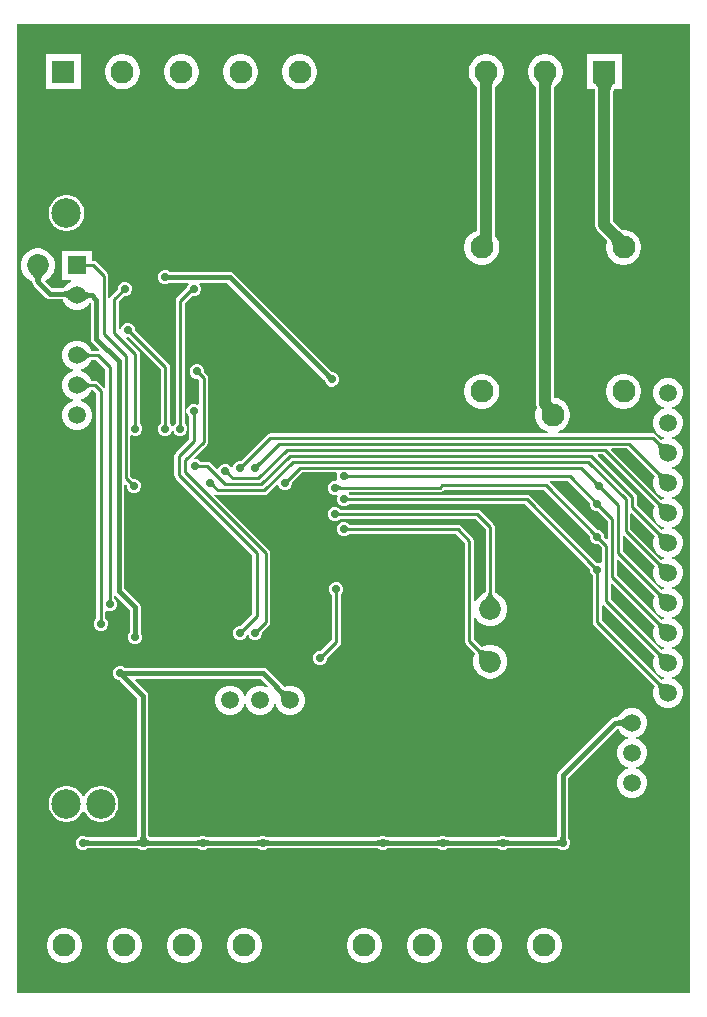
<source format=gbr>
%TF.GenerationSoftware,Altium Limited,Altium Designer,21.4.1 (30)*%
G04 Layer_Physical_Order=2*
G04 Layer_Color=16711680*
%FSLAX44Y44*%
%MOMM*%
%TF.SameCoordinates,EB49FF53-C53B-41EF-AC46-A12079E47AB4*%
%TF.FilePolarity,Positive*%
%TF.FileFunction,Copper,L2,Bot,Signal*%
%TF.Part,Single*%
G01*
G75*
%TA.AperFunction,Conductor*%
%ADD24C,0.2540*%
%ADD25C,0.4000*%
%TA.AperFunction,ComponentPad*%
%ADD27R,1.9500X1.9500*%
%ADD28C,1.9500*%
%ADD29C,1.8500*%
%ADD30R,1.5000X1.5000*%
%ADD31C,1.5000*%
%ADD32R,1.5000X1.5000*%
%TA.AperFunction,ViaPad*%
%ADD33C,0.7000*%
%ADD34C,2.5000*%
%TA.AperFunction,Conductor*%
%ADD35C,1.0000*%
G36*
X570230Y0D02*
X0D01*
Y820420D01*
X570230D01*
Y0D01*
D02*
G37*
%LPC*%
G36*
X240823Y794530D02*
X237917D01*
X235068Y793963D01*
X232383Y792851D01*
X229968Y791237D01*
X227913Y789183D01*
X226299Y786767D01*
X225187Y784083D01*
X224620Y781233D01*
Y778327D01*
X225187Y775478D01*
X226299Y772794D01*
X227913Y770378D01*
X229968Y768323D01*
X232383Y766709D01*
X235068Y765597D01*
X237917Y765030D01*
X240823D01*
X243673Y765597D01*
X246357Y766709D01*
X248773Y768323D01*
X250827Y770378D01*
X252442Y772794D01*
X253553Y775478D01*
X254120Y778327D01*
Y781233D01*
X253553Y784083D01*
X252442Y786767D01*
X250827Y789183D01*
X248773Y791237D01*
X246357Y792851D01*
X243673Y793963D01*
X240823Y794530D01*
D02*
G37*
G36*
X190823D02*
X187917D01*
X185068Y793963D01*
X182383Y792851D01*
X179968Y791237D01*
X177913Y789183D01*
X176299Y786767D01*
X175187Y784083D01*
X174620Y781233D01*
Y778327D01*
X175187Y775478D01*
X176299Y772794D01*
X177913Y770378D01*
X179968Y768323D01*
X182383Y766709D01*
X185068Y765597D01*
X187917Y765030D01*
X190823D01*
X193673Y765597D01*
X196357Y766709D01*
X198773Y768323D01*
X200827Y770378D01*
X202442Y772794D01*
X203553Y775478D01*
X204120Y778327D01*
Y781233D01*
X203553Y784083D01*
X202442Y786767D01*
X200827Y789183D01*
X198773Y791237D01*
X196357Y792851D01*
X193673Y793963D01*
X190823Y794530D01*
D02*
G37*
G36*
X140823D02*
X137917D01*
X135068Y793963D01*
X132383Y792851D01*
X129968Y791237D01*
X127913Y789183D01*
X126299Y786767D01*
X125187Y784083D01*
X124620Y781233D01*
Y778327D01*
X125187Y775478D01*
X126299Y772794D01*
X127913Y770378D01*
X129968Y768323D01*
X132383Y766709D01*
X135068Y765597D01*
X137917Y765030D01*
X140823D01*
X143673Y765597D01*
X146357Y766709D01*
X148773Y768323D01*
X150827Y770378D01*
X152442Y772794D01*
X153553Y775478D01*
X154120Y778327D01*
Y781233D01*
X153553Y784083D01*
X152442Y786767D01*
X150827Y789183D01*
X148773Y791237D01*
X146357Y792851D01*
X143673Y793963D01*
X140823Y794530D01*
D02*
G37*
G36*
X90823D02*
X87917D01*
X85068Y793963D01*
X82383Y792851D01*
X79968Y791237D01*
X77913Y789183D01*
X76299Y786767D01*
X75187Y784083D01*
X74620Y781233D01*
Y778327D01*
X75187Y775478D01*
X76299Y772794D01*
X77913Y770378D01*
X79968Y768323D01*
X82383Y766709D01*
X85068Y765597D01*
X87917Y765030D01*
X90823D01*
X93673Y765597D01*
X96357Y766709D01*
X98773Y768323D01*
X100827Y770378D01*
X102442Y772794D01*
X103553Y775478D01*
X104120Y778327D01*
Y781233D01*
X103553Y784083D01*
X102442Y786767D01*
X100827Y789183D01*
X98773Y791237D01*
X96357Y792851D01*
X93673Y793963D01*
X90823Y794530D01*
D02*
G37*
G36*
X54120D02*
X24620D01*
Y765030D01*
X54120D01*
Y794530D01*
D02*
G37*
G36*
X43481Y675040D02*
X40519D01*
X37613Y674462D01*
X34876Y673328D01*
X32413Y671682D01*
X30318Y669587D01*
X28672Y667124D01*
X27538Y664387D01*
X26960Y661481D01*
Y658519D01*
X27538Y655613D01*
X28672Y652876D01*
X30318Y650413D01*
X32413Y648318D01*
X34876Y646672D01*
X37613Y645538D01*
X40519Y644960D01*
X43481D01*
X46387Y645538D01*
X49124Y646672D01*
X51587Y648318D01*
X53682Y650413D01*
X55328Y652876D01*
X56462Y655613D01*
X57040Y658519D01*
Y661481D01*
X56462Y664387D01*
X55328Y667124D01*
X53682Y669587D01*
X51587Y671682D01*
X49124Y673328D01*
X46387Y674462D01*
X43481Y675040D01*
D02*
G37*
G36*
X512140Y794530D02*
X482640D01*
Y765030D01*
X489326D01*
X489426Y764639D01*
X489628Y763352D01*
X489756Y761821D01*
X489785Y760644D01*
Y649882D01*
X490044Y647913D01*
X490804Y646079D01*
X492012Y644504D01*
X499392Y637125D01*
X499554Y636955D01*
X499940Y636514D01*
X499517Y635492D01*
X498950Y632643D01*
Y629737D01*
X499517Y626888D01*
X500629Y624203D01*
X502243Y621787D01*
X504297Y619733D01*
X506713Y618119D01*
X509398Y617007D01*
X512247Y616440D01*
X515153D01*
X518002Y617007D01*
X520687Y618119D01*
X523103Y619733D01*
X525157Y621787D01*
X526771Y624203D01*
X527883Y626888D01*
X528450Y629737D01*
Y632643D01*
X527883Y635492D01*
X526771Y638177D01*
X525157Y640593D01*
X523103Y642647D01*
X520687Y644261D01*
X518002Y645373D01*
X515153Y645940D01*
X512247D01*
X512146Y645920D01*
X511837Y646190D01*
X504995Y653032D01*
Y760644D01*
X505024Y761821D01*
X505152Y763352D01*
X505354Y764639D01*
X505454Y765030D01*
X512140D01*
Y794530D01*
D02*
G37*
G36*
X398843D02*
X395937D01*
X393088Y793963D01*
X390403Y792851D01*
X387987Y791237D01*
X385933Y789183D01*
X384319Y786767D01*
X383207Y784083D01*
X382640Y781233D01*
Y778327D01*
X383207Y775478D01*
X384319Y772794D01*
X385933Y770378D01*
X387987Y768323D01*
X389733Y767157D01*
X389784Y766495D01*
X389785Y766424D01*
Y646047D01*
X389779Y645768D01*
X389755Y645444D01*
X389398Y645373D01*
X386713Y644261D01*
X384297Y642647D01*
X382243Y640593D01*
X380629Y638177D01*
X379517Y635492D01*
X378950Y632643D01*
Y629737D01*
X379517Y626888D01*
X380629Y624203D01*
X382243Y621787D01*
X384297Y619733D01*
X386713Y618119D01*
X389398Y617007D01*
X392247Y616440D01*
X395153D01*
X398002Y617007D01*
X400687Y618119D01*
X403103Y619733D01*
X405157Y621787D01*
X406771Y624203D01*
X407883Y626888D01*
X408450Y629737D01*
Y632643D01*
X407883Y635492D01*
X406771Y638177D01*
X405157Y640593D01*
X405110Y640640D01*
X404995Y645453D01*
Y766424D01*
X404996Y766495D01*
X405047Y767157D01*
X406793Y768323D01*
X408847Y770378D01*
X410461Y772794D01*
X411573Y775478D01*
X412140Y778327D01*
Y781233D01*
X411573Y784083D01*
X410461Y786767D01*
X408847Y789183D01*
X406793Y791237D01*
X404377Y792851D01*
X401692Y793963D01*
X398843Y794530D01*
D02*
G37*
G36*
X19656Y630200D02*
X15904D01*
X12280Y629229D01*
X9031Y627353D01*
X6377Y624700D01*
X4501Y621451D01*
X3530Y617826D01*
Y614074D01*
X4501Y610450D01*
X6377Y607201D01*
X9031Y604547D01*
X12280Y602671D01*
X13151Y602438D01*
Y601980D01*
X13151Y601980D01*
X13504Y600208D01*
X14507Y598707D01*
X24667Y588547D01*
X24667Y588547D01*
X26169Y587543D01*
X27940Y587191D01*
X38759D01*
X39152Y585725D01*
X40798Y582875D01*
X43125Y580548D01*
X45975Y578902D01*
X49155Y578050D01*
X52446D01*
X55625Y578902D01*
X58475Y580548D01*
X60803Y582875D01*
X61411Y583929D01*
X62681Y583588D01*
Y553720D01*
X62681Y553720D01*
X63033Y551949D01*
X64037Y550447D01*
X69796Y544688D01*
X69170Y543517D01*
X68580Y543635D01*
X62700D01*
X62448Y544575D01*
X60803Y547425D01*
X58475Y549753D01*
X55625Y551398D01*
X52446Y552250D01*
X49155D01*
X45975Y551398D01*
X43125Y549753D01*
X40798Y547425D01*
X39152Y544575D01*
X38300Y541396D01*
Y538105D01*
X39152Y534925D01*
X40798Y532075D01*
X43125Y529748D01*
X45975Y528102D01*
X47448Y527708D01*
Y526393D01*
X45975Y525998D01*
X43125Y524353D01*
X40798Y522025D01*
X39152Y519175D01*
X38300Y515996D01*
Y512705D01*
X39152Y509525D01*
X40798Y506675D01*
X43125Y504348D01*
X45975Y502702D01*
X47448Y502308D01*
Y500993D01*
X45975Y500598D01*
X43125Y498953D01*
X40798Y496625D01*
X39152Y493775D01*
X38300Y490596D01*
Y487305D01*
X39152Y484125D01*
X40798Y481275D01*
X43125Y478948D01*
X45975Y477302D01*
X49155Y476450D01*
X52446D01*
X55625Y477302D01*
X58475Y478948D01*
X60803Y481275D01*
X62448Y484125D01*
X63300Y487305D01*
Y490596D01*
X62448Y493775D01*
X60803Y496625D01*
X58475Y498953D01*
X55625Y500598D01*
X54153Y500993D01*
Y502308D01*
X55625Y502702D01*
X58475Y504348D01*
X60803Y506675D01*
X62448Y509525D01*
X62700Y510466D01*
X64431D01*
X67235Y507661D01*
Y317077D01*
X65999Y315841D01*
X65080Y313621D01*
Y311219D01*
X65999Y308999D01*
X67699Y307299D01*
X69919Y306380D01*
X72321D01*
X74541Y307299D01*
X76241Y308999D01*
X77160Y311219D01*
Y313621D01*
X76241Y315841D01*
X75005Y317077D01*
Y322565D01*
X76275Y323414D01*
X77539Y322890D01*
X79941D01*
X82161Y323810D01*
X83861Y325509D01*
X84780Y327729D01*
Y330131D01*
X83861Y332351D01*
X82625Y333587D01*
Y335753D01*
X83895Y336279D01*
X95701Y324472D01*
Y305082D01*
X95686Y304901D01*
X95683Y304885D01*
X95210Y304412D01*
X94290Y302192D01*
Y299789D01*
X95210Y297569D01*
X96909Y295870D01*
X99129Y294950D01*
X101532D01*
X103752Y295870D01*
X105451Y297569D01*
X106370Y299789D01*
Y302192D01*
X105451Y304412D01*
X104978Y304884D01*
X104959Y305157D01*
Y326390D01*
X104959Y326390D01*
X104607Y328161D01*
X103603Y329663D01*
X103603Y329663D01*
X90989Y342277D01*
Y430178D01*
X92162Y430664D01*
X93020Y429806D01*
Y428059D01*
X93940Y425839D01*
X95639Y424140D01*
X97859Y423220D01*
X100261D01*
X102481Y424140D01*
X104180Y425839D01*
X105100Y428059D01*
Y430461D01*
X104180Y432681D01*
X102481Y434380D01*
X100261Y435300D01*
X98514D01*
X96055Y437759D01*
Y471594D01*
X97325Y472227D01*
X99129Y471480D01*
X101531D01*
X103751Y472399D01*
X105450Y474099D01*
X106370Y476319D01*
Y478721D01*
X105450Y480941D01*
X104215Y482177D01*
Y541020D01*
X103919Y542506D01*
X103077Y543767D01*
X92814Y554030D01*
X93340Y555300D01*
X94527D01*
X121846Y527981D01*
Y482177D01*
X120610Y480941D01*
X119690Y478721D01*
Y476319D01*
X120610Y474099D01*
X122309Y472399D01*
X124529Y471480D01*
X126931D01*
X129151Y472399D01*
X130850Y474099D01*
X131393Y475408D01*
X132767D01*
X133309Y474099D01*
X135009Y472399D01*
X137229Y471480D01*
X139631D01*
X141851Y472399D01*
X143551Y474099D01*
X144470Y476319D01*
Y478721D01*
X143551Y480941D01*
X142315Y482177D01*
Y584372D01*
X148057Y590115D01*
X148769Y589820D01*
X151171D01*
X153391Y590740D01*
X155090Y592439D01*
X156010Y594659D01*
Y597061D01*
X155090Y599281D01*
X154481Y599891D01*
X155007Y601161D01*
X178153D01*
X260399Y518915D01*
X260515Y518776D01*
X260525Y518763D01*
Y518094D01*
X261444Y515874D01*
X263144Y514174D01*
X265364Y513255D01*
X267766D01*
X269986Y514174D01*
X271686Y515874D01*
X272605Y518094D01*
Y520496D01*
X271686Y522716D01*
X269986Y524416D01*
X267766Y525335D01*
X267098D01*
X266892Y525515D01*
X183343Y609063D01*
X181841Y610067D01*
X180070Y610419D01*
X180070Y610419D01*
X129822D01*
X129641Y610435D01*
X129625Y610437D01*
X129151Y610910D01*
X126931Y611830D01*
X124529D01*
X122309Y610910D01*
X120610Y609211D01*
X119690Y606991D01*
Y604589D01*
X120610Y602369D01*
X122309Y600670D01*
X124529Y599750D01*
X126931D01*
X129151Y600670D01*
X129624Y601142D01*
X129897Y601161D01*
X144933D01*
X145459Y599891D01*
X144850Y599281D01*
X143930Y597061D01*
Y596975D01*
X135683Y588728D01*
X134841Y587468D01*
X134545Y585981D01*
Y482177D01*
X133309Y480941D01*
X132767Y479632D01*
X131393D01*
X130850Y480941D01*
X129615Y482177D01*
Y529590D01*
X129319Y531077D01*
X128477Y532337D01*
X100020Y560794D01*
Y562541D01*
X99101Y564761D01*
X97401Y566460D01*
X95181Y567380D01*
X92779D01*
X90559Y566460D01*
X88860Y564761D01*
X87940Y562541D01*
Y561973D01*
X86670Y561294D01*
X86435Y561451D01*
Y585711D01*
X90783Y590059D01*
X92642D01*
X94862Y590979D01*
X96561Y592678D01*
X97480Y594898D01*
Y597300D01*
X96561Y599520D01*
X94862Y601219D01*
X92642Y602139D01*
X90239D01*
X88019Y601219D01*
X86320Y599520D01*
X85400Y597300D01*
Y595664D01*
X79803Y590067D01*
X78961Y588807D01*
X78815Y588071D01*
X77545Y588196D01*
Y607060D01*
X77249Y608547D01*
X76407Y609807D01*
X67517Y618697D01*
X66256Y619539D01*
X64770Y619835D01*
X63300D01*
Y628450D01*
X38300D01*
Y603450D01*
X45741D01*
X45975Y602198D01*
X43125Y600553D01*
X40798Y598225D01*
X39772Y596449D01*
X29857D01*
X24243Y602063D01*
X24409Y603323D01*
X26530Y604547D01*
X29183Y607201D01*
X31059Y610450D01*
X32030Y614074D01*
Y617826D01*
X31059Y621451D01*
X29183Y624700D01*
X26530Y627353D01*
X23280Y629229D01*
X19656Y630200D01*
D02*
G37*
G36*
X515153Y523940D02*
X512247D01*
X509398Y523373D01*
X506713Y522261D01*
X504297Y520647D01*
X502243Y518593D01*
X500629Y516177D01*
X499517Y513492D01*
X498950Y510643D01*
Y507737D01*
X499517Y504888D01*
X500629Y502203D01*
X502243Y499787D01*
X504297Y497733D01*
X506713Y496119D01*
X509398Y495007D01*
X512247Y494440D01*
X515153D01*
X518002Y495007D01*
X520687Y496119D01*
X523103Y497733D01*
X525157Y499787D01*
X526771Y502203D01*
X527883Y504888D01*
X528450Y507737D01*
Y510643D01*
X527883Y513492D01*
X526771Y516177D01*
X525157Y518593D01*
X523103Y520647D01*
X520687Y522261D01*
X518002Y523373D01*
X515153Y523940D01*
D02*
G37*
G36*
X395153D02*
X392247D01*
X389398Y523373D01*
X386713Y522261D01*
X384297Y520647D01*
X382243Y518593D01*
X380629Y516177D01*
X379517Y513492D01*
X378950Y510643D01*
Y507737D01*
X379517Y504888D01*
X380629Y502203D01*
X382243Y499787D01*
X384297Y497733D01*
X386713Y496119D01*
X389398Y495007D01*
X392247Y494440D01*
X395153D01*
X398002Y495007D01*
X400687Y496119D01*
X403103Y497733D01*
X405157Y499787D01*
X406771Y502203D01*
X407883Y504888D01*
X408450Y507737D01*
Y510643D01*
X407883Y513492D01*
X406771Y516177D01*
X405157Y518593D01*
X403103Y520647D01*
X400687Y522261D01*
X398002Y523373D01*
X395153Y523940D01*
D02*
G37*
G36*
X448843Y794530D02*
X445937D01*
X443088Y793963D01*
X440403Y792851D01*
X437987Y791237D01*
X435933Y789183D01*
X434319Y786767D01*
X433207Y784083D01*
X432640Y781233D01*
Y778327D01*
X433207Y775478D01*
X434319Y772794D01*
X435933Y770378D01*
X437987Y768323D01*
X439733Y767157D01*
X439784Y766495D01*
X439785Y766424D01*
Y498071D01*
X440044Y496102D01*
X440321Y495434D01*
X439517Y493492D01*
X438950Y490643D01*
Y487737D01*
X439517Y484888D01*
X440629Y482203D01*
X442243Y479787D01*
X444297Y477733D01*
X446713Y476119D01*
X449398Y475007D01*
X449115Y473785D01*
X214630D01*
X213143Y473489D01*
X211883Y472647D01*
X189776Y450540D01*
X188029D01*
X185809Y449621D01*
X184109Y447921D01*
X183190Y445701D01*
Y444983D01*
X181920Y444731D01*
X181651Y445381D01*
X179951Y447080D01*
X177731Y448000D01*
X175329D01*
X173109Y447080D01*
X171409Y445381D01*
X170695Y443655D01*
X169317Y443237D01*
X164037Y448517D01*
X162777Y449359D01*
X161290Y449655D01*
X155787D01*
X154551Y450891D01*
X152331Y451810D01*
X150490D01*
X149964Y453080D01*
X160844Y463960D01*
X161686Y465220D01*
X161981Y466707D01*
Y520423D01*
X161686Y521909D01*
X160844Y523170D01*
X158550Y525463D01*
Y527211D01*
X157630Y529431D01*
X155931Y531130D01*
X153711Y532050D01*
X151308D01*
X149088Y531130D01*
X147389Y529431D01*
X146470Y527211D01*
Y524808D01*
X147389Y522588D01*
X149088Y520889D01*
X151308Y519970D01*
X153056D01*
X154212Y518814D01*
Y498431D01*
X152942Y497949D01*
X150882Y498802D01*
X148479D01*
X146259Y497882D01*
X144560Y496183D01*
X143640Y493964D01*
Y491561D01*
X144560Y489341D01*
X145795Y488105D01*
Y468789D01*
X134413Y457407D01*
X133571Y456147D01*
X133275Y454660D01*
Y438150D01*
X133571Y436663D01*
X134413Y435403D01*
X199315Y370501D01*
Y320379D01*
X189776Y310840D01*
X188029D01*
X185809Y309921D01*
X184109Y308221D01*
X183190Y306001D01*
Y303599D01*
X184109Y301379D01*
X185809Y299680D01*
X188029Y298760D01*
X190431D01*
X192651Y299680D01*
X194350Y301379D01*
X194893Y302688D01*
X196267D01*
X196810Y301379D01*
X198509Y299680D01*
X200729Y298760D01*
X203131D01*
X205351Y299680D01*
X207050Y301379D01*
X207970Y303599D01*
Y305346D01*
X213567Y310943D01*
X214409Y312203D01*
X214705Y313690D01*
Y372110D01*
X214409Y373597D01*
X213567Y374857D01*
X166875Y421549D01*
X167685Y422535D01*
X168693Y421861D01*
X170180Y421565D01*
X209550D01*
X211037Y421861D01*
X212297Y422703D01*
X220117Y430523D01*
X221495Y430105D01*
X222209Y428379D01*
X223909Y426679D01*
X226129Y425760D01*
X228531D01*
X230751Y426679D01*
X232451Y428379D01*
X233370Y430599D01*
Y432346D01*
X241639Y440615D01*
X270366D01*
X271215Y439345D01*
X270820Y438391D01*
Y435989D01*
X271360Y434684D01*
X270441Y433690D01*
X268039D01*
X265819Y432770D01*
X264119Y431071D01*
X263200Y428851D01*
Y426449D01*
X264119Y424229D01*
X265819Y422529D01*
X268039Y421610D01*
X270441D01*
X270528Y421646D01*
X271500Y420674D01*
X270820Y419031D01*
Y416629D01*
X271740Y414409D01*
X273439Y412710D01*
X275659Y411790D01*
X278061D01*
X280281Y412710D01*
X281517Y413945D01*
X430301D01*
X485560Y358686D01*
Y356939D01*
X486479Y354719D01*
X487715Y353483D01*
Y313580D01*
X488011Y312093D01*
X488853Y310833D01*
X540019Y259668D01*
X539532Y258825D01*
X538680Y255646D01*
Y252354D01*
X539532Y249175D01*
X541177Y246325D01*
X543505Y243997D01*
X546355Y242352D01*
X549534Y241500D01*
X552826D01*
X556005Y242352D01*
X558855Y243997D01*
X561183Y246325D01*
X562828Y249175D01*
X563680Y252354D01*
Y255646D01*
X562828Y258825D01*
X561183Y261675D01*
X558855Y264002D01*
X556005Y265648D01*
X554533Y266043D01*
Y267357D01*
X556005Y267752D01*
X558855Y269398D01*
X561183Y271725D01*
X562828Y274575D01*
X563680Y277754D01*
Y281046D01*
X562828Y284225D01*
X561183Y287075D01*
X558855Y289403D01*
X556005Y291048D01*
X554533Y291443D01*
Y292757D01*
X556005Y293152D01*
X558855Y294797D01*
X561183Y297125D01*
X562828Y299975D01*
X563680Y303154D01*
Y306446D01*
X562828Y309625D01*
X561183Y312475D01*
X558855Y314802D01*
X556005Y316448D01*
X554533Y316843D01*
Y318157D01*
X556005Y318552D01*
X558855Y320197D01*
X561183Y322525D01*
X562828Y325375D01*
X563680Y328554D01*
Y331846D01*
X562828Y335025D01*
X561183Y337875D01*
X558855Y340202D01*
X556005Y341848D01*
X554533Y342243D01*
Y343557D01*
X556005Y343952D01*
X558855Y345597D01*
X561183Y347925D01*
X562828Y350775D01*
X563680Y353954D01*
Y357246D01*
X562828Y360425D01*
X561183Y363275D01*
X558855Y365602D01*
X556005Y367248D01*
X554533Y367643D01*
Y368957D01*
X556005Y369352D01*
X558855Y370998D01*
X561183Y373325D01*
X562828Y376175D01*
X563680Y379354D01*
Y382646D01*
X562828Y385825D01*
X561183Y388675D01*
X558855Y391003D01*
X556005Y392648D01*
X554533Y393043D01*
Y394357D01*
X556005Y394752D01*
X558855Y396398D01*
X561183Y398725D01*
X562828Y401575D01*
X563680Y404754D01*
Y408046D01*
X562828Y411225D01*
X561183Y414075D01*
X558855Y416403D01*
X556005Y418048D01*
X554533Y418443D01*
Y419757D01*
X556005Y420152D01*
X558855Y421797D01*
X561183Y424125D01*
X562828Y426975D01*
X563680Y430154D01*
Y433446D01*
X562828Y436625D01*
X561183Y439475D01*
X558855Y441802D01*
X556005Y443448D01*
X554533Y443843D01*
Y445157D01*
X556005Y445552D01*
X558855Y447197D01*
X561183Y449525D01*
X562828Y452375D01*
X563680Y455554D01*
Y458846D01*
X562828Y462025D01*
X561183Y464875D01*
X558855Y467202D01*
X556005Y468848D01*
X554533Y469243D01*
Y470557D01*
X556005Y470952D01*
X558855Y472598D01*
X561183Y474925D01*
X562828Y477775D01*
X563680Y480954D01*
Y484246D01*
X562828Y487425D01*
X561183Y490275D01*
X558855Y492603D01*
X556005Y494248D01*
X554533Y494643D01*
Y495957D01*
X556005Y496352D01*
X558855Y497998D01*
X561183Y500325D01*
X562828Y503175D01*
X563680Y506354D01*
Y509646D01*
X562828Y512825D01*
X561183Y515675D01*
X558855Y518003D01*
X556005Y519648D01*
X552826Y520500D01*
X549534D01*
X546355Y519648D01*
X543505Y518003D01*
X541177Y515675D01*
X539532Y512825D01*
X538680Y509646D01*
Y506354D01*
X539532Y503175D01*
X541177Y500325D01*
X543505Y497998D01*
X546355Y496352D01*
X547827Y495957D01*
Y494643D01*
X546355Y494248D01*
X543505Y492603D01*
X541177Y490275D01*
X539532Y487425D01*
X538680Y484246D01*
Y480954D01*
X539532Y477775D01*
X541177Y474925D01*
X543505Y472598D01*
X546355Y470952D01*
X547827Y470557D01*
Y469243D01*
X546355Y468848D01*
X545512Y468362D01*
X541227Y472647D01*
X539967Y473489D01*
X538480Y473785D01*
X458285D01*
X458002Y475007D01*
X460687Y476119D01*
X463103Y477733D01*
X465157Y479787D01*
X466771Y482203D01*
X467883Y484888D01*
X468450Y487737D01*
Y490643D01*
X467883Y493492D01*
X466771Y496177D01*
X465157Y498593D01*
X463103Y500647D01*
X460687Y502261D01*
X458002Y503373D01*
X455153Y503940D01*
X454995D01*
Y766424D01*
X454996Y766495D01*
X455047Y767157D01*
X456793Y768323D01*
X458847Y770378D01*
X460461Y772794D01*
X461573Y775478D01*
X462140Y778327D01*
Y781233D01*
X461573Y784083D01*
X460461Y786767D01*
X458847Y789183D01*
X456793Y791237D01*
X454377Y792851D01*
X451692Y793963D01*
X448843Y794530D01*
D02*
G37*
G36*
X270441Y411170D02*
X268039D01*
X265819Y410251D01*
X264119Y408551D01*
X263200Y406331D01*
Y403929D01*
X264119Y401709D01*
X265819Y400009D01*
X268039Y399090D01*
X270441D01*
X272661Y400009D01*
X273897Y401245D01*
X388281D01*
X396855Y392671D01*
Y339293D01*
X396853Y339267D01*
X396777Y338944D01*
X396617Y338509D01*
X396566Y338404D01*
X395240Y338049D01*
X391990Y336173D01*
X389337Y333520D01*
X388151Y331465D01*
X386881Y331805D01*
Y382814D01*
X386585Y384300D01*
X385743Y385561D01*
X385743Y385561D01*
X375978Y395326D01*
X374717Y396168D01*
X373231Y396464D01*
X281786D01*
X280275Y397975D01*
X278055Y398894D01*
X275653D01*
X273433Y397975D01*
X271733Y396275D01*
X270814Y394055D01*
Y391653D01*
X271733Y389433D01*
X273433Y387733D01*
X275653Y386814D01*
X278055D01*
X280275Y387733D01*
X281236Y388694D01*
X371622D01*
X379112Y381205D01*
Y298064D01*
X379407Y296577D01*
X380249Y295317D01*
X387724Y287843D01*
X387741Y287823D01*
X387915Y287540D01*
X388110Y287119D01*
X388148Y287009D01*
X387461Y285820D01*
X386490Y282196D01*
Y278444D01*
X387461Y274820D01*
X389337Y271570D01*
X391990Y268917D01*
X395240Y267041D01*
X398864Y266070D01*
X402616D01*
X406240Y267041D01*
X409490Y268917D01*
X412143Y271570D01*
X414019Y274820D01*
X414990Y278444D01*
Y282196D01*
X414019Y285820D01*
X412143Y289070D01*
X409490Y291723D01*
X406240Y293599D01*
X402616Y294570D01*
X398864D01*
X395240Y293599D01*
X394051Y292913D01*
X393941Y292950D01*
X393520Y293145D01*
X393237Y293319D01*
X393217Y293337D01*
X386881Y299673D01*
Y317735D01*
X388151Y318075D01*
X389337Y316020D01*
X391990Y313367D01*
X395240Y311491D01*
X398864Y310520D01*
X402616D01*
X406240Y311491D01*
X409490Y313367D01*
X412143Y316020D01*
X414019Y319270D01*
X414990Y322894D01*
Y326646D01*
X414019Y330270D01*
X412143Y333520D01*
X409490Y336173D01*
X406240Y338049D01*
X404914Y338404D01*
X404863Y338509D01*
X404703Y338944D01*
X404627Y339267D01*
X404625Y339293D01*
Y394280D01*
X404329Y395767D01*
X403487Y397027D01*
X392637Y407877D01*
X391377Y408719D01*
X389890Y409015D01*
X273897D01*
X272661Y410251D01*
X270441Y411170D01*
D02*
G37*
G36*
X271711Y347670D02*
X269309D01*
X267089Y346750D01*
X265389Y345051D01*
X264470Y342831D01*
Y340429D01*
X265389Y338209D01*
X266625Y336973D01*
Y298789D01*
X257086Y289250D01*
X255339D01*
X253119Y288330D01*
X251420Y286631D01*
X250500Y284411D01*
Y282009D01*
X251420Y279789D01*
X253119Y278090D01*
X255339Y277170D01*
X257741D01*
X259961Y278090D01*
X261660Y279789D01*
X262580Y282009D01*
Y283756D01*
X273257Y294433D01*
X274099Y295693D01*
X274395Y297180D01*
Y336973D01*
X275630Y338209D01*
X276550Y340429D01*
Y342831D01*
X275630Y345051D01*
X273931Y346750D01*
X271711Y347670D01*
D02*
G37*
G36*
X88831Y276550D02*
X86429D01*
X84209Y275630D01*
X82509Y273931D01*
X81590Y271711D01*
Y269309D01*
X82509Y267089D01*
X84209Y265389D01*
X86429Y264470D01*
X87097D01*
X87303Y264291D01*
X102051Y249543D01*
Y131629D01*
X59972D01*
X59791Y131645D01*
X59775Y131647D01*
X59301Y132121D01*
X57081Y133040D01*
X54679D01*
X52459Y132121D01*
X50760Y130421D01*
X49840Y128201D01*
Y125799D01*
X50760Y123579D01*
X52459Y121880D01*
X54679Y120960D01*
X57081D01*
X59301Y121880D01*
X59774Y122352D01*
X60047Y122371D01*
X102588D01*
X102769Y122355D01*
X102785Y122353D01*
X103259Y121880D01*
X105479Y120960D01*
X107881D01*
X110101Y121880D01*
X110574Y122352D01*
X110847Y122371D01*
X153388D01*
X153569Y122355D01*
X153585Y122353D01*
X154059Y121880D01*
X156279Y120960D01*
X158681D01*
X160901Y121880D01*
X161374Y122352D01*
X161647Y122371D01*
X204188D01*
X204369Y122355D01*
X204385Y122353D01*
X204859Y121880D01*
X207079Y120960D01*
X209481D01*
X211701Y121880D01*
X212174Y122352D01*
X212447Y122371D01*
X305788D01*
X305969Y122355D01*
X305985Y122353D01*
X306459Y121880D01*
X308679Y120960D01*
X311081D01*
X313301Y121880D01*
X313774Y122352D01*
X314047Y122371D01*
X356588D01*
X356769Y122355D01*
X356785Y122353D01*
X357259Y121880D01*
X359479Y120960D01*
X361881D01*
X364101Y121880D01*
X364574Y122352D01*
X364847Y122371D01*
X407388D01*
X407569Y122355D01*
X407585Y122353D01*
X408059Y121880D01*
X410279Y120960D01*
X412681D01*
X414901Y121880D01*
X415374Y122352D01*
X415647Y122371D01*
X458188D01*
X458369Y122355D01*
X458385Y122353D01*
X458859Y121880D01*
X461079Y120960D01*
X463481D01*
X465701Y121880D01*
X467401Y123579D01*
X468320Y125799D01*
Y128201D01*
X467401Y130421D01*
X466928Y130894D01*
X466909Y131167D01*
Y182233D01*
X507936Y223260D01*
X509490Y223017D01*
X510698Y220925D01*
X513025Y218598D01*
X515875Y216952D01*
X517347Y216557D01*
Y215243D01*
X515875Y214848D01*
X513025Y213202D01*
X510698Y210875D01*
X509052Y208025D01*
X508200Y204846D01*
Y201554D01*
X509052Y198375D01*
X510698Y195525D01*
X513025Y193197D01*
X515875Y191552D01*
X517347Y191157D01*
Y189843D01*
X515875Y189448D01*
X513025Y187803D01*
X510698Y185475D01*
X509052Y182625D01*
X508200Y179446D01*
Y176154D01*
X509052Y172975D01*
X510698Y170125D01*
X513025Y167798D01*
X515875Y166152D01*
X519054Y165300D01*
X522346D01*
X525525Y166152D01*
X528375Y167798D01*
X530703Y170125D01*
X532348Y172975D01*
X533200Y176154D01*
Y179446D01*
X532348Y182625D01*
X530703Y185475D01*
X528375Y187803D01*
X525525Y189448D01*
X524053Y189843D01*
Y191157D01*
X525525Y191552D01*
X528375Y193197D01*
X530703Y195525D01*
X532348Y198375D01*
X533200Y201554D01*
Y204846D01*
X532348Y208025D01*
X530703Y210875D01*
X528375Y213202D01*
X525525Y214848D01*
X524053Y215243D01*
Y216557D01*
X525525Y216952D01*
X528375Y218598D01*
X530703Y220925D01*
X532348Y223775D01*
X533200Y226954D01*
Y230246D01*
X532348Y233425D01*
X530703Y236275D01*
X528375Y238603D01*
X525525Y240248D01*
X522346Y241100D01*
X519054D01*
X515875Y240248D01*
X513025Y238603D01*
X510698Y236275D01*
X509052Y233425D01*
X508999Y233229D01*
X506730D01*
X506730Y233229D01*
X504959Y232877D01*
X503457Y231873D01*
X503457Y231873D01*
X459007Y187423D01*
X458003Y185921D01*
X457651Y184150D01*
X457651Y184150D01*
Y131629D01*
X415572D01*
X415391Y131645D01*
X415375Y131647D01*
X414901Y132121D01*
X412681Y133040D01*
X410279D01*
X408059Y132121D01*
X407586Y131648D01*
X407313Y131629D01*
X364772D01*
X364591Y131645D01*
X364575Y131647D01*
X364101Y132121D01*
X361881Y133040D01*
X359479D01*
X357259Y132121D01*
X356786Y131648D01*
X356513Y131629D01*
X313972D01*
X313791Y131645D01*
X313775Y131647D01*
X313301Y132121D01*
X311081Y133040D01*
X308679D01*
X306459Y132121D01*
X305986Y131648D01*
X305713Y131629D01*
X212372D01*
X212191Y131645D01*
X212175Y131647D01*
X211701Y132121D01*
X209481Y133040D01*
X207079D01*
X204859Y132121D01*
X204386Y131648D01*
X204113Y131629D01*
X161572D01*
X161391Y131645D01*
X161375Y131647D01*
X160901Y132121D01*
X158681Y133040D01*
X156279D01*
X154059Y132121D01*
X153586Y131648D01*
X153313Y131629D01*
X112333D01*
X112227Y132163D01*
X111309Y133536D01*
Y251460D01*
X111309Y251460D01*
X110957Y253231D01*
X109953Y254733D01*
X109953Y254733D01*
X99979Y264708D01*
X100465Y265881D01*
X206363D01*
X212728Y259516D01*
X211948Y258500D01*
X210565Y259298D01*
X207386Y260150D01*
X204094D01*
X200915Y259298D01*
X198065Y257652D01*
X195737Y255325D01*
X194092Y252475D01*
X193697Y251003D01*
X192383D01*
X191988Y252475D01*
X190343Y255325D01*
X188015Y257652D01*
X185165Y259298D01*
X181986Y260150D01*
X178694D01*
X175515Y259298D01*
X172665Y257652D01*
X170338Y255325D01*
X168692Y252475D01*
X167840Y249296D01*
Y246004D01*
X168692Y242825D01*
X170338Y239975D01*
X172665Y237647D01*
X175515Y236002D01*
X178694Y235150D01*
X181986D01*
X185165Y236002D01*
X188015Y237647D01*
X190343Y239975D01*
X191988Y242825D01*
X192383Y244297D01*
X193697D01*
X194092Y242825D01*
X195737Y239975D01*
X198065Y237647D01*
X200915Y236002D01*
X204094Y235150D01*
X207386D01*
X210565Y236002D01*
X213415Y237647D01*
X215742Y239975D01*
X217388Y242825D01*
X217783Y244297D01*
X219097D01*
X219492Y242825D01*
X221138Y239975D01*
X223465Y237647D01*
X226315Y236002D01*
X229494Y235150D01*
X232786D01*
X235965Y236002D01*
X238815Y237647D01*
X241143Y239975D01*
X242788Y242825D01*
X243640Y246004D01*
Y249296D01*
X242788Y252475D01*
X241143Y255325D01*
X238815Y257652D01*
X235965Y259298D01*
X232786Y260150D01*
X229494D01*
X226315Y259298D01*
X226140Y259197D01*
X211553Y273783D01*
X210051Y274787D01*
X208280Y275139D01*
X208280Y275139D01*
X91722D01*
X91541Y275155D01*
X91525Y275157D01*
X91051Y275630D01*
X88831Y276550D01*
D02*
G37*
G36*
X72481Y175040D02*
X69519D01*
X66613Y174462D01*
X63876Y173328D01*
X61413Y171682D01*
X59318Y169587D01*
X57672Y167124D01*
X57187Y165955D01*
X55813D01*
X55328Y167124D01*
X53682Y169587D01*
X51587Y171682D01*
X49124Y173328D01*
X46387Y174462D01*
X43481Y175040D01*
X40519D01*
X37613Y174462D01*
X34876Y173328D01*
X32413Y171682D01*
X30318Y169587D01*
X28672Y167124D01*
X27538Y164387D01*
X26960Y161481D01*
Y158519D01*
X27538Y155613D01*
X28672Y152876D01*
X30318Y150413D01*
X32413Y148318D01*
X34876Y146672D01*
X37613Y145538D01*
X40519Y144960D01*
X43481D01*
X46387Y145538D01*
X49124Y146672D01*
X51587Y148318D01*
X53682Y150413D01*
X55328Y152876D01*
X55813Y154045D01*
X57187D01*
X57672Y152876D01*
X59318Y150413D01*
X61413Y148318D01*
X63876Y146672D01*
X66613Y145538D01*
X69519Y144960D01*
X72481D01*
X75387Y145538D01*
X78124Y146672D01*
X80587Y148318D01*
X82682Y150413D01*
X84328Y152876D01*
X85462Y155613D01*
X86040Y158519D01*
Y161481D01*
X85462Y164387D01*
X84328Y167124D01*
X82682Y169587D01*
X80587Y171682D01*
X78124Y173328D01*
X75387Y174462D01*
X72481Y175040D01*
D02*
G37*
G36*
X448043Y54790D02*
X445137D01*
X442288Y54223D01*
X439603Y53112D01*
X437187Y51497D01*
X435133Y49443D01*
X433519Y47027D01*
X432407Y44343D01*
X431840Y41493D01*
Y38588D01*
X432407Y35738D01*
X433519Y33054D01*
X435133Y30638D01*
X437187Y28583D01*
X439603Y26969D01*
X442288Y25857D01*
X445137Y25290D01*
X448043D01*
X450892Y25857D01*
X453577Y26969D01*
X455993Y28583D01*
X458047Y30638D01*
X459661Y33054D01*
X460773Y35738D01*
X461340Y38588D01*
Y41493D01*
X460773Y44343D01*
X459661Y47027D01*
X458047Y49443D01*
X455993Y51497D01*
X453577Y53112D01*
X450892Y54223D01*
X448043Y54790D01*
D02*
G37*
G36*
X397243D02*
X394337D01*
X391488Y54223D01*
X388803Y53112D01*
X386387Y51497D01*
X384333Y49443D01*
X382719Y47027D01*
X381607Y44343D01*
X381040Y41493D01*
Y38588D01*
X381607Y35738D01*
X382719Y33054D01*
X384333Y30638D01*
X386387Y28583D01*
X388803Y26969D01*
X391488Y25857D01*
X394337Y25290D01*
X397243D01*
X400092Y25857D01*
X402777Y26969D01*
X405193Y28583D01*
X407247Y30638D01*
X408861Y33054D01*
X409973Y35738D01*
X410540Y38588D01*
Y41493D01*
X409973Y44343D01*
X408861Y47027D01*
X407247Y49443D01*
X405193Y51497D01*
X402777Y53112D01*
X400092Y54223D01*
X397243Y54790D01*
D02*
G37*
G36*
X346443D02*
X343537D01*
X340688Y54223D01*
X338003Y53112D01*
X335587Y51497D01*
X333533Y49443D01*
X331919Y47027D01*
X330807Y44343D01*
X330240Y41493D01*
Y38588D01*
X330807Y35738D01*
X331919Y33054D01*
X333533Y30638D01*
X335587Y28583D01*
X338003Y26969D01*
X340688Y25857D01*
X343537Y25290D01*
X346443D01*
X349292Y25857D01*
X351977Y26969D01*
X354393Y28583D01*
X356447Y30638D01*
X358061Y33054D01*
X359173Y35738D01*
X359740Y38588D01*
Y41493D01*
X359173Y44343D01*
X358061Y47027D01*
X356447Y49443D01*
X354393Y51497D01*
X351977Y53112D01*
X349292Y54223D01*
X346443Y54790D01*
D02*
G37*
G36*
X295643D02*
X292737D01*
X289888Y54223D01*
X287203Y53112D01*
X284787Y51497D01*
X282733Y49443D01*
X281119Y47027D01*
X280007Y44343D01*
X279440Y41493D01*
Y38588D01*
X280007Y35738D01*
X281119Y33054D01*
X282733Y30638D01*
X284787Y28583D01*
X287203Y26969D01*
X289888Y25857D01*
X292737Y25290D01*
X295643D01*
X298492Y25857D01*
X301177Y26969D01*
X303593Y28583D01*
X305647Y30638D01*
X307261Y33054D01*
X308373Y35738D01*
X308940Y38588D01*
Y41493D01*
X308373Y44343D01*
X307261Y47027D01*
X305647Y49443D01*
X303593Y51497D01*
X301177Y53112D01*
X298492Y54223D01*
X295643Y54790D01*
D02*
G37*
G36*
X194043D02*
X191137D01*
X188288Y54223D01*
X185603Y53112D01*
X183187Y51497D01*
X181133Y49443D01*
X179519Y47027D01*
X178407Y44343D01*
X177840Y41493D01*
Y38588D01*
X178407Y35738D01*
X179519Y33054D01*
X181133Y30638D01*
X183187Y28583D01*
X185603Y26969D01*
X188288Y25857D01*
X191137Y25290D01*
X194043D01*
X196892Y25857D01*
X199577Y26969D01*
X201993Y28583D01*
X204047Y30638D01*
X205661Y33054D01*
X206773Y35738D01*
X207340Y38588D01*
Y41493D01*
X206773Y44343D01*
X205661Y47027D01*
X204047Y49443D01*
X201993Y51497D01*
X199577Y53112D01*
X196892Y54223D01*
X194043Y54790D01*
D02*
G37*
G36*
X143243D02*
X140337D01*
X137488Y54223D01*
X134803Y53112D01*
X132387Y51497D01*
X130333Y49443D01*
X128719Y47027D01*
X127607Y44343D01*
X127040Y41493D01*
Y38588D01*
X127607Y35738D01*
X128719Y33054D01*
X130333Y30638D01*
X132387Y28583D01*
X134803Y26969D01*
X137488Y25857D01*
X140337Y25290D01*
X143243D01*
X146092Y25857D01*
X148777Y26969D01*
X151193Y28583D01*
X153247Y30638D01*
X154861Y33054D01*
X155973Y35738D01*
X156540Y38588D01*
Y41493D01*
X155973Y44343D01*
X154861Y47027D01*
X153247Y49443D01*
X151193Y51497D01*
X148777Y53112D01*
X146092Y54223D01*
X143243Y54790D01*
D02*
G37*
G36*
X92443D02*
X89537D01*
X86688Y54223D01*
X84003Y53112D01*
X81587Y51497D01*
X79533Y49443D01*
X77919Y47027D01*
X76807Y44343D01*
X76240Y41493D01*
Y38588D01*
X76807Y35738D01*
X77919Y33054D01*
X79533Y30638D01*
X81587Y28583D01*
X84003Y26969D01*
X86688Y25857D01*
X89537Y25290D01*
X92443D01*
X95292Y25857D01*
X97977Y26969D01*
X100393Y28583D01*
X102447Y30638D01*
X104061Y33054D01*
X105173Y35738D01*
X105740Y38588D01*
Y41493D01*
X105173Y44343D01*
X104061Y47027D01*
X102447Y49443D01*
X100393Y51497D01*
X97977Y53112D01*
X95292Y54223D01*
X92443Y54790D01*
D02*
G37*
G36*
X41643D02*
X38737D01*
X35888Y54223D01*
X33203Y53112D01*
X30787Y51497D01*
X28733Y49443D01*
X27119Y47027D01*
X26007Y44343D01*
X25440Y41493D01*
Y38588D01*
X26007Y35738D01*
X27119Y33054D01*
X28733Y30638D01*
X30787Y28583D01*
X33203Y26969D01*
X35888Y25857D01*
X38737Y25290D01*
X41643D01*
X44492Y25857D01*
X47177Y26969D01*
X49593Y28583D01*
X51647Y30638D01*
X53261Y33054D01*
X54373Y35738D01*
X54940Y38588D01*
Y41493D01*
X54373Y44343D01*
X53261Y47027D01*
X51647Y49443D01*
X49593Y51497D01*
X47177Y53112D01*
X44492Y54223D01*
X41643Y54790D01*
D02*
G37*
%LPD*%
G36*
X506213Y769961D02*
X505410Y769661D01*
X504702Y769161D01*
X504089Y768461D01*
X503570Y767561D01*
X503145Y766461D01*
X502815Y765161D01*
X502579Y763661D01*
X502437Y761961D01*
X502390Y760061D01*
X492390D01*
X492343Y761961D01*
X492201Y763661D01*
X491965Y765161D01*
X491635Y766461D01*
X491210Y767561D01*
X490691Y768461D01*
X490077Y769161D01*
X489370Y769661D01*
X488567Y769961D01*
X487671Y770061D01*
X507109D01*
X506213Y769961D01*
D02*
G37*
G36*
X510036Y644325D02*
X512113Y642511D01*
X512733Y642049D01*
X513864Y641339D01*
X514375Y641091D01*
X514850Y640915D01*
X515288Y640810D01*
X504114Y632970D01*
X504168Y633508D01*
X504135Y634071D01*
X504015Y634659D01*
X503808Y635271D01*
X503513Y635908D01*
X503132Y636570D01*
X502663Y637257D01*
X502108Y637968D01*
X501465Y638704D01*
X500735Y639465D01*
X509271Y645072D01*
X510036Y644325D01*
D02*
G37*
G36*
X403868Y772423D02*
X403558Y771955D01*
X403284Y771413D01*
X403047Y770798D01*
X402846Y770109D01*
X402682Y769346D01*
X402554Y768510D01*
X402408Y766617D01*
X402390Y765560D01*
X392390D01*
X392372Y766617D01*
X392226Y768510D01*
X392098Y769346D01*
X391934Y770109D01*
X391733Y770798D01*
X391496Y771413D01*
X391222Y771955D01*
X390912Y772423D01*
X390565Y772817D01*
X404215D01*
X403868Y772423D01*
D02*
G37*
G36*
X402390Y646065D02*
X402653Y635052D01*
X390018Y640218D01*
X390468Y640457D01*
X390872Y640787D01*
X391228Y641208D01*
X391536Y641720D01*
X391797Y642323D01*
X392010Y643017D01*
X392177Y643801D01*
X392295Y644677D01*
X392366Y645644D01*
X392390Y646702D01*
X402390Y646065D01*
D02*
G37*
G36*
X58265Y618249D02*
X58342Y618033D01*
X58471Y617843D01*
X58651Y617677D01*
X58882Y617538D01*
X59165Y617424D01*
X59499Y617335D01*
X59884Y617271D01*
X60321Y617233D01*
X60810Y617220D01*
Y614680D01*
X60321Y614668D01*
X59884Y614630D01*
X59499Y614566D01*
X59165Y614477D01*
X58882Y614363D01*
X58651Y614223D01*
X58471Y614058D01*
X58342Y613867D01*
X58265Y613652D01*
X58239Y613410D01*
Y618490D01*
X58265Y618249D01*
D02*
G37*
G36*
X128334Y608154D02*
X128470Y608078D01*
X128637Y608010D01*
X128837Y607952D01*
X129068Y607902D01*
X129331Y607862D01*
X129953Y607808D01*
X130702Y607790D01*
Y603790D01*
X130312Y603786D01*
X129331Y603718D01*
X129068Y603677D01*
X128837Y603628D01*
X128637Y603569D01*
X128470Y603502D01*
X128334Y603425D01*
X128230Y603340D01*
Y608240D01*
X128334Y608154D01*
D02*
G37*
G36*
X22621Y607985D02*
X22025Y607425D01*
X21499Y606838D01*
X21043Y606225D01*
X20657Y605584D01*
X20341Y604917D01*
X20096Y604223D01*
X19921Y603502D01*
X19815Y602754D01*
X19780Y601980D01*
X15780D01*
X15745Y602754D01*
X15640Y603502D01*
X15465Y604223D01*
X15219Y604917D01*
X14903Y605584D01*
X14518Y606225D01*
X14062Y606838D01*
X13536Y607425D01*
X12939Y607985D01*
X12273Y608518D01*
X23287D01*
X22621Y607985D01*
D02*
G37*
G36*
X44633Y586283D02*
X44134Y586955D01*
X43618Y587556D01*
X43083Y588087D01*
X42530Y588547D01*
X41960Y588936D01*
X41371Y589254D01*
X40764Y589502D01*
X40140Y589678D01*
X39497Y589785D01*
X38836Y589820D01*
X39550Y593820D01*
X40153Y593848D01*
X40774Y593932D01*
X41413Y594073D01*
X42072Y594270D01*
X42748Y594523D01*
X43444Y594832D01*
X44157Y595197D01*
X45641Y596097D01*
X46410Y596631D01*
X44633Y586283D01*
D02*
G37*
G36*
X56793Y595183D02*
X57431Y594630D01*
X58068Y594143D01*
X58705Y593720D01*
X59342Y593363D01*
X59980Y593070D01*
X60617Y592843D01*
X61254Y592680D01*
X61891Y592583D01*
X62529Y592550D01*
Y588550D01*
X61891Y588518D01*
X61254Y588420D01*
X60617Y588258D01*
X59980Y588030D01*
X59342Y587738D01*
X58705Y587380D01*
X58068Y586958D01*
X57431Y586470D01*
X56793Y585918D01*
X56156Y585300D01*
Y595800D01*
X56793Y595183D01*
D02*
G37*
G36*
X56924Y544244D02*
X58383Y542970D01*
X59075Y542453D01*
X59741Y542015D01*
X60382Y541657D01*
X60997Y541378D01*
X61588Y541180D01*
X62152Y541060D01*
X62692Y541020D01*
Y538480D01*
X62152Y538441D01*
X61588Y538321D01*
X60997Y538122D01*
X60382Y537844D01*
X59741Y537485D01*
X59075Y537048D01*
X58383Y536530D01*
X56924Y535257D01*
X56156Y534500D01*
Y545000D01*
X56924Y544244D01*
D02*
G37*
G36*
X264743Y523952D02*
X265483Y523307D01*
X265698Y523149D01*
X265897Y523021D01*
X266079Y522921D01*
X266246Y522850D01*
X266396Y522808D01*
X266530Y522795D01*
X263065Y519330D01*
X263052Y519464D01*
X263010Y519614D01*
X262939Y519781D01*
X262839Y519963D01*
X262711Y520162D01*
X262553Y520377D01*
X262152Y520854D01*
X261635Y521397D01*
X264463Y524225D01*
X264743Y523952D01*
D02*
G37*
G36*
X74855Y527981D02*
Y512767D01*
X74696Y512646D01*
X73585Y512298D01*
X68787Y517097D01*
X67526Y517939D01*
X66040Y518235D01*
X62700D01*
X62448Y519175D01*
X60803Y522025D01*
X58475Y524353D01*
X55625Y525998D01*
X54153Y526393D01*
Y527708D01*
X55625Y528102D01*
X58475Y529748D01*
X60803Y532075D01*
X62448Y534925D01*
X62700Y535866D01*
X66971D01*
X74855Y527981D01*
D02*
G37*
G36*
X56924Y518844D02*
X58383Y517570D01*
X59075Y517053D01*
X59741Y516615D01*
X60382Y516257D01*
X60997Y515978D01*
X61588Y515779D01*
X62152Y515660D01*
X62692Y515620D01*
Y513080D01*
X62152Y513041D01*
X61588Y512921D01*
X60997Y512722D01*
X60382Y512444D01*
X59741Y512085D01*
X59075Y511647D01*
X58383Y511130D01*
X56924Y509856D01*
X56156Y509100D01*
Y519600D01*
X56924Y518844D01*
D02*
G37*
G36*
X102335Y305572D02*
X102402Y304592D01*
X102443Y304328D01*
X102492Y304097D01*
X102551Y303898D01*
X102618Y303730D01*
X102695Y303594D01*
X102780Y303490D01*
X97880D01*
X97966Y303594D01*
X98042Y303730D01*
X98110Y303898D01*
X98168Y304097D01*
X98218Y304328D01*
X98258Y304592D01*
X98312Y305214D01*
X98330Y305963D01*
X102330D01*
X102335Y305572D01*
D02*
G37*
G36*
X453868Y772423D02*
X453558Y771955D01*
X453284Y771413D01*
X453047Y770798D01*
X452846Y770109D01*
X452682Y769346D01*
X452554Y768510D01*
X452408Y766617D01*
X452390Y765560D01*
X442390D01*
X442372Y766617D01*
X442226Y768510D01*
X442098Y769346D01*
X441934Y770109D01*
X441733Y770798D01*
X441496Y771413D01*
X441222Y771955D01*
X440912Y772423D01*
X440565Y772817D01*
X454215D01*
X453868Y772423D01*
D02*
G37*
G36*
X544079Y466153D02*
X544563Y465838D01*
X545121Y465562D01*
X545753Y465323D01*
X546460Y465123D01*
X547240Y464962D01*
X548095Y464839D01*
X550028Y464708D01*
X551105Y464700D01*
X543680Y457275D01*
X543672Y458353D01*
X543541Y460285D01*
X543418Y461140D01*
X543256Y461920D01*
X543057Y462627D01*
X542818Y463259D01*
X542542Y463817D01*
X542227Y464301D01*
X541873Y464711D01*
X543669Y466507D01*
X544079Y466153D01*
D02*
G37*
G36*
X206619Y447393D02*
X206390Y447147D01*
X206186Y446893D01*
X206006Y446629D01*
X205850Y446357D01*
X205719Y446076D01*
X205612Y445785D01*
X205530Y445486D01*
X205472Y445178D01*
X205439Y444861D01*
X205430Y444535D01*
X201965Y448000D01*
X202291Y448009D01*
X202608Y448042D01*
X202916Y448100D01*
X203215Y448182D01*
X203506Y448289D01*
X203787Y448420D01*
X204059Y448576D01*
X204323Y448756D01*
X204578Y448960D01*
X204823Y449189D01*
X206619Y447393D01*
D02*
G37*
G36*
X180039Y441599D02*
X180072Y441282D01*
X180130Y440974D01*
X180212Y440675D01*
X180319Y440384D01*
X180450Y440103D01*
X180606Y439831D01*
X180786Y439567D01*
X180990Y439313D01*
X181219Y439067D01*
X179423Y437271D01*
X179177Y437500D01*
X178923Y437704D01*
X178659Y437884D01*
X178387Y438040D01*
X178106Y438171D01*
X177815Y438278D01*
X177516Y438360D01*
X177208Y438418D01*
X176891Y438451D01*
X176565Y438460D01*
X180030Y441925D01*
X180039Y441599D01*
D02*
G37*
G36*
X279596Y439416D02*
X279844Y439215D01*
X280103Y439038D01*
X280373Y438885D01*
X280653Y438755D01*
X280945Y438649D01*
X281248Y438566D01*
X281561Y438507D01*
X281886Y438472D01*
X282222Y438460D01*
Y435920D01*
X281886Y435908D01*
X281561Y435873D01*
X281248Y435814D01*
X280945Y435731D01*
X280653Y435625D01*
X280373Y435495D01*
X280103Y435342D01*
X279844Y435165D01*
X279596Y434964D01*
X279359Y434740D01*
Y439640D01*
X279596Y439416D01*
D02*
G37*
G36*
X544079Y440753D02*
X544563Y440438D01*
X545121Y440162D01*
X545753Y439923D01*
X546460Y439724D01*
X547240Y439562D01*
X548095Y439439D01*
X550028Y439308D01*
X551105Y439300D01*
X543680Y431875D01*
X543672Y432952D01*
X543541Y434885D01*
X543418Y435740D01*
X543256Y436520D01*
X543057Y437227D01*
X542818Y437859D01*
X542542Y438417D01*
X542227Y438901D01*
X541873Y439311D01*
X543669Y441107D01*
X544079Y440753D01*
D02*
G37*
G36*
X490112Y433720D02*
X490367Y433516D01*
X490631Y433336D01*
X490903Y433180D01*
X491184Y433049D01*
X491475Y432942D01*
X491774Y432860D01*
X492082Y432802D01*
X492399Y432769D01*
X492725Y432760D01*
X489260Y429295D01*
X489251Y429621D01*
X489218Y429938D01*
X489160Y430246D01*
X489078Y430545D01*
X488971Y430836D01*
X488840Y431117D01*
X488684Y431389D01*
X488504Y431653D01*
X488300Y431908D01*
X488071Y432153D01*
X489867Y433949D01*
X490112Y433720D01*
D02*
G37*
G36*
X167339Y431439D02*
X167372Y431122D01*
X167430Y430814D01*
X167512Y430515D01*
X167619Y430224D01*
X167750Y429943D01*
X167906Y429671D01*
X168086Y429407D01*
X168290Y429152D01*
X168519Y428907D01*
X166723Y427111D01*
X166478Y427340D01*
X166223Y427544D01*
X165959Y427724D01*
X165687Y427880D01*
X165406Y428011D01*
X165115Y428118D01*
X164816Y428200D01*
X164508Y428258D01*
X164191Y428291D01*
X163865Y428300D01*
X167330Y431765D01*
X167339Y431439D01*
D02*
G37*
G36*
X271976Y429876D02*
X272224Y429675D01*
X272483Y429498D01*
X272753Y429345D01*
X273033Y429215D01*
X273325Y429109D01*
X273628Y429026D01*
X273941Y428967D01*
X274266Y428932D01*
X274601Y428920D01*
Y426380D01*
X274266Y426368D01*
X273941Y426333D01*
X273628Y426274D01*
X273325Y426191D01*
X273033Y426085D01*
X272753Y425955D01*
X272483Y425802D01*
X272224Y425625D01*
X271976Y425424D01*
X271740Y425200D01*
Y430100D01*
X271976Y429876D01*
D02*
G37*
G36*
X496269Y428899D02*
X496302Y428582D01*
X496360Y428274D01*
X496442Y427975D01*
X496549Y427684D01*
X496680Y427403D01*
X496836Y427131D01*
X497016Y426867D01*
X497220Y426613D01*
X497449Y426367D01*
X495653Y424571D01*
X495407Y424800D01*
X495153Y425004D01*
X494889Y425184D01*
X494617Y425340D01*
X494336Y425471D01*
X494045Y425578D01*
X493746Y425660D01*
X493438Y425718D01*
X493121Y425751D01*
X492795Y425760D01*
X496260Y429225D01*
X496269Y428899D01*
D02*
G37*
G36*
X540019Y437468D02*
X539532Y436625D01*
X538680Y433446D01*
Y430154D01*
X539532Y426975D01*
X541177Y424125D01*
X543505Y421797D01*
X546355Y420152D01*
X547827Y419757D01*
Y418443D01*
X546355Y418048D01*
X545512Y417561D01*
X503312Y459762D01*
X503798Y460935D01*
X516551D01*
X540019Y437468D01*
D02*
G37*
G36*
X544079Y415353D02*
X544563Y415038D01*
X545121Y414762D01*
X545753Y414523D01*
X546460Y414324D01*
X547240Y414162D01*
X548095Y414039D01*
X550028Y413908D01*
X551105Y413900D01*
X543680Y406475D01*
X543672Y407552D01*
X543541Y409485D01*
X543418Y410340D01*
X543256Y411120D01*
X543057Y411827D01*
X542818Y412459D01*
X542542Y413017D01*
X542227Y413501D01*
X541873Y413911D01*
X543669Y415707D01*
X544079Y415353D01*
D02*
G37*
G36*
X540019Y412068D02*
X539532Y411225D01*
X538680Y408046D01*
Y404754D01*
X539532Y401575D01*
X541177Y398725D01*
X543505Y396398D01*
X546355Y394752D01*
X547827Y394357D01*
Y393043D01*
X546355Y392648D01*
X545512Y392161D01*
X525080Y412594D01*
Y419875D01*
X524784Y421362D01*
X523942Y422622D01*
X491882Y454682D01*
X492368Y455855D01*
X496231D01*
X540019Y412068D01*
D02*
G37*
G36*
X485560Y414566D02*
Y412819D01*
X486479Y410599D01*
X488179Y408899D01*
X490399Y407980D01*
X492146D01*
X500305Y399821D01*
Y384418D01*
X499132Y383932D01*
X497530Y385534D01*
Y387281D01*
X496610Y389501D01*
X494911Y391200D01*
X492691Y392120D01*
X490944D01*
X451028Y432035D01*
X451554Y433305D01*
X466821D01*
X485560Y414566D01*
D02*
G37*
G36*
X544079Y389953D02*
X544563Y389638D01*
X545121Y389362D01*
X545753Y389123D01*
X546460Y388923D01*
X547240Y388762D01*
X548095Y388639D01*
X550028Y388508D01*
X551105Y388500D01*
X543680Y381075D01*
X543672Y382152D01*
X543541Y384085D01*
X543418Y384940D01*
X543256Y385720D01*
X543057Y386427D01*
X542818Y387059D01*
X542542Y387617D01*
X542227Y388101D01*
X541873Y388511D01*
X543669Y390307D01*
X544079Y389953D01*
D02*
G37*
G36*
X540019Y386668D02*
X539532Y385825D01*
X538680Y382646D01*
Y379354D01*
X539532Y376175D01*
X541177Y373325D01*
X543505Y370998D01*
X546355Y369352D01*
X547827Y368957D01*
Y367643D01*
X546355Y367248D01*
X545512Y366762D01*
X519505Y392769D01*
Y405522D01*
X520678Y406008D01*
X540019Y386668D01*
D02*
G37*
G36*
X485450Y386626D02*
Y384879D01*
X486370Y382659D01*
X488069Y380960D01*
X490289Y380040D01*
X492036D01*
X495025Y377051D01*
Y364633D01*
X493755Y363785D01*
X492801Y364180D01*
X491054D01*
X434657Y420577D01*
X433396Y421419D01*
X431910Y421715D01*
X281615D01*
X280840Y422670D01*
X281308Y423765D01*
X357953D01*
X359440Y424061D01*
X360700Y424903D01*
X361792Y425995D01*
X446081D01*
X485450Y386626D01*
D02*
G37*
G36*
X544079Y364553D02*
X544563Y364238D01*
X545121Y363962D01*
X545753Y363723D01*
X546460Y363523D01*
X547240Y363362D01*
X548095Y363239D01*
X550028Y363108D01*
X551105Y363100D01*
X543680Y355675D01*
X543672Y356753D01*
X543541Y358685D01*
X543418Y359540D01*
X543256Y360320D01*
X543057Y361027D01*
X542818Y361659D01*
X542542Y362217D01*
X542227Y362701D01*
X541873Y363111D01*
X543669Y364907D01*
X544079Y364553D01*
D02*
G37*
G36*
X540019Y361268D02*
X539532Y360425D01*
X538680Y357246D01*
Y353954D01*
X539532Y350775D01*
X541177Y347925D01*
X543505Y345597D01*
X546355Y343952D01*
X547827Y343557D01*
Y342243D01*
X546355Y341848D01*
X545512Y341362D01*
X513155Y373719D01*
Y386472D01*
X514328Y386958D01*
X540019Y361268D01*
D02*
G37*
G36*
X544079Y339153D02*
X544563Y338838D01*
X545121Y338562D01*
X545753Y338323D01*
X546460Y338124D01*
X547240Y337962D01*
X548095Y337839D01*
X550028Y337708D01*
X551105Y337700D01*
X543680Y330275D01*
X543672Y331353D01*
X543541Y333285D01*
X543418Y334140D01*
X543256Y334920D01*
X543057Y335627D01*
X542818Y336259D01*
X542542Y336817D01*
X542227Y337301D01*
X541873Y337711D01*
X543669Y339507D01*
X544079Y339153D01*
D02*
G37*
G36*
X540019Y335868D02*
X539532Y335025D01*
X538680Y331846D01*
Y328554D01*
X539532Y325375D01*
X541177Y322525D01*
X543505Y320197D01*
X546355Y318552D01*
X547827Y318157D01*
Y316843D01*
X546355Y316448D01*
X545512Y315961D01*
X508075Y353399D01*
Y366152D01*
X509248Y366638D01*
X540019Y335868D01*
D02*
G37*
G36*
X544079Y313753D02*
X544563Y313438D01*
X545121Y313162D01*
X545753Y312923D01*
X546460Y312724D01*
X547240Y312562D01*
X548095Y312439D01*
X550028Y312308D01*
X551105Y312300D01*
X543680Y304875D01*
X543672Y305952D01*
X543541Y307885D01*
X543418Y308740D01*
X543256Y309520D01*
X543057Y310227D01*
X542818Y310859D01*
X542542Y311417D01*
X542227Y311901D01*
X541873Y312311D01*
X543669Y314107D01*
X544079Y313753D01*
D02*
G37*
G36*
X540019Y310468D02*
X539532Y309625D01*
X538680Y306446D01*
Y303154D01*
X539532Y299975D01*
X541177Y297125D01*
X543505Y294797D01*
X546355Y293152D01*
X547827Y292757D01*
Y291443D01*
X546355Y291048D01*
X545512Y290562D01*
X502795Y333279D01*
Y346032D01*
X503968Y346518D01*
X540019Y310468D01*
D02*
G37*
G36*
X544079Y288353D02*
X544563Y288038D01*
X545121Y287762D01*
X545753Y287523D01*
X546460Y287323D01*
X547240Y287162D01*
X548095Y287039D01*
X550028Y286908D01*
X551105Y286900D01*
X543680Y279475D01*
X543672Y280553D01*
X543541Y282485D01*
X543418Y283340D01*
X543256Y284120D01*
X543057Y284827D01*
X542818Y285459D01*
X542542Y286017D01*
X542227Y286501D01*
X541873Y286911D01*
X543669Y288707D01*
X544079Y288353D01*
D02*
G37*
G36*
X540019Y285068D02*
X539532Y284225D01*
X538680Y281046D01*
Y277754D01*
X539532Y274575D01*
X541177Y271725D01*
X543505Y269398D01*
X546355Y267752D01*
X547827Y267357D01*
Y266043D01*
X546355Y265648D01*
X545512Y265161D01*
X495485Y315189D01*
Y327806D01*
X496755Y328332D01*
X540019Y285068D01*
D02*
G37*
G36*
X544079Y262953D02*
X544563Y262638D01*
X545121Y262362D01*
X545753Y262123D01*
X546460Y261924D01*
X547240Y261762D01*
X548095Y261639D01*
X550028Y261508D01*
X551105Y261500D01*
X543680Y254075D01*
X543672Y255152D01*
X543541Y257085D01*
X543418Y257940D01*
X543256Y258720D01*
X543057Y259427D01*
X542818Y260059D01*
X542542Y260617D01*
X542227Y261101D01*
X541873Y261511D01*
X543669Y263307D01*
X544079Y262953D01*
D02*
G37*
G36*
X402062Y338861D02*
X402218Y338197D01*
X402478Y337491D01*
X402843Y336743D01*
X403311Y335953D01*
X403884Y335122D01*
X404560Y334248D01*
X406226Y332375D01*
X407215Y331376D01*
X394265D01*
X395254Y332375D01*
X396920Y334248D01*
X397596Y335122D01*
X398169Y335953D01*
X398637Y336743D01*
X399002Y337491D01*
X399262Y338197D01*
X399418Y338861D01*
X399470Y339482D01*
X402010D01*
X402062Y338861D01*
D02*
G37*
G36*
X391711Y291218D02*
X392291Y290859D01*
X392974Y290544D01*
X393761Y290273D01*
X394650Y290046D01*
X395643Y289863D01*
X396739Y289724D01*
X399241Y289577D01*
X400648Y289570D01*
X391491Y280413D01*
X391483Y281819D01*
X391336Y284321D01*
X391197Y285417D01*
X391014Y286410D01*
X390787Y287299D01*
X390516Y288086D01*
X390201Y288769D01*
X389842Y289349D01*
X389439Y289825D01*
X391235Y291621D01*
X391711Y291218D01*
D02*
G37*
G36*
X90234Y272875D02*
X90370Y272798D01*
X90537Y272731D01*
X90737Y272672D01*
X90968Y272623D01*
X91231Y272582D01*
X91853Y272528D01*
X92602Y272510D01*
Y268510D01*
X92465Y268508D01*
X92560Y268408D01*
X89732Y265580D01*
X89452Y265853D01*
X88712Y266498D01*
X88497Y266656D01*
X88298Y266784D01*
X88116Y266884D01*
X87949Y266955D01*
X87799Y266997D01*
X87665Y267010D01*
X90129Y269475D01*
Y272960D01*
X90234Y272875D01*
D02*
G37*
G36*
X224735Y256930D02*
X225254Y256548D01*
X225820Y256212D01*
X226431Y255923D01*
X227089Y255679D01*
X227792Y255481D01*
X228541Y255329D01*
X229337Y255223D01*
X230178Y255163D01*
X231065Y255150D01*
X223640Y247725D01*
X223626Y248612D01*
X223567Y249453D01*
X223461Y250249D01*
X223309Y250998D01*
X223111Y251701D01*
X222867Y252359D01*
X222578Y252970D01*
X222242Y253536D01*
X221860Y254055D01*
X221433Y254529D01*
X224261Y257357D01*
X224735Y256930D01*
D02*
G37*
G36*
X515344Y223350D02*
X514707Y223967D01*
X514070Y224520D01*
X513433Y225007D01*
X512795Y225430D01*
X512158Y225788D01*
X511521Y226080D01*
X510883Y226308D01*
X510246Y226470D01*
X509609Y226567D01*
X508972Y226600D01*
Y230600D01*
X509609Y230632D01*
X510246Y230730D01*
X510883Y230893D01*
X511521Y231120D01*
X512158Y231413D01*
X512795Y231770D01*
X513433Y232192D01*
X514070Y232680D01*
X514707Y233232D01*
X515344Y233850D01*
Y223350D01*
D02*
G37*
G36*
X464285Y131582D02*
X464352Y130601D01*
X464393Y130338D01*
X464442Y130107D01*
X464501Y129907D01*
X464568Y129740D01*
X464645Y129604D01*
X464730Y129500D01*
X459830D01*
X459916Y129604D01*
X459992Y129740D01*
X460060Y129907D01*
X460118Y130107D01*
X460168Y130338D01*
X460208Y130601D01*
X460262Y131223D01*
X460280Y131972D01*
X464280D01*
X464285Y131582D01*
D02*
G37*
G36*
X108685D02*
X108752Y130601D01*
X108792Y130338D01*
X108842Y130107D01*
X108900Y129907D01*
X108968Y129740D01*
X109045Y129604D01*
X109130Y129500D01*
X104230D01*
X104316Y129604D01*
X104392Y129740D01*
X104459Y129907D01*
X104518Y130107D01*
X104567Y130338D01*
X104608Y130601D01*
X104662Y131223D01*
X104680Y131972D01*
X108680D01*
X108685Y131582D01*
D02*
G37*
G36*
X459781Y124550D02*
X459676Y124635D01*
X459540Y124712D01*
X459373Y124780D01*
X459173Y124838D01*
X458942Y124888D01*
X458679Y124928D01*
X458057Y124982D01*
X457308Y125000D01*
Y129000D01*
X457698Y129004D01*
X458679Y129072D01*
X458942Y129113D01*
X459173Y129162D01*
X459373Y129221D01*
X459540Y129288D01*
X459676Y129365D01*
X459781Y129450D01*
Y124550D01*
D02*
G37*
G36*
X414084Y129365D02*
X414220Y129288D01*
X414387Y129221D01*
X414587Y129162D01*
X414818Y129113D01*
X415081Y129072D01*
X415703Y129018D01*
X416452Y129000D01*
Y125000D01*
X416062Y124995D01*
X415081Y124928D01*
X414818Y124888D01*
X414587Y124838D01*
X414387Y124780D01*
X414220Y124712D01*
X414084Y124635D01*
X413979Y124550D01*
Y129450D01*
X414084Y129365D01*
D02*
G37*
G36*
X408980Y124550D02*
X408876Y124635D01*
X408740Y124712D01*
X408573Y124780D01*
X408373Y124838D01*
X408142Y124888D01*
X407879Y124928D01*
X407257Y124982D01*
X406508Y125000D01*
Y129000D01*
X406898Y129004D01*
X407879Y129072D01*
X408142Y129113D01*
X408373Y129162D01*
X408573Y129221D01*
X408740Y129288D01*
X408876Y129365D01*
X408980Y129450D01*
Y124550D01*
D02*
G37*
G36*
X363284Y129365D02*
X363420Y129288D01*
X363587Y129221D01*
X363787Y129162D01*
X364018Y129113D01*
X364281Y129072D01*
X364903Y129018D01*
X365652Y129000D01*
Y125000D01*
X365262Y124995D01*
X364281Y124928D01*
X364018Y124888D01*
X363787Y124838D01*
X363587Y124780D01*
X363420Y124712D01*
X363284Y124635D01*
X363180Y124550D01*
Y129450D01*
X363284Y129365D01*
D02*
G37*
G36*
X358181Y124550D02*
X358076Y124635D01*
X357940Y124712D01*
X357773Y124780D01*
X357573Y124838D01*
X357342Y124888D01*
X357079Y124928D01*
X356457Y124982D01*
X355708Y125000D01*
Y129000D01*
X356098Y129004D01*
X357079Y129072D01*
X357342Y129113D01*
X357573Y129162D01*
X357773Y129221D01*
X357940Y129288D01*
X358076Y129365D01*
X358181Y129450D01*
Y124550D01*
D02*
G37*
G36*
X312484Y129365D02*
X312620Y129288D01*
X312787Y129221D01*
X312987Y129162D01*
X313218Y129113D01*
X313481Y129072D01*
X314103Y129018D01*
X314852Y129000D01*
Y125000D01*
X314462Y124995D01*
X313481Y124928D01*
X313218Y124888D01*
X312987Y124838D01*
X312787Y124780D01*
X312620Y124712D01*
X312484Y124635D01*
X312379Y124550D01*
Y129450D01*
X312484Y129365D01*
D02*
G37*
G36*
X307381Y124550D02*
X307276Y124635D01*
X307140Y124712D01*
X306973Y124780D01*
X306773Y124838D01*
X306542Y124888D01*
X306279Y124928D01*
X305657Y124982D01*
X304908Y125000D01*
Y129000D01*
X305298Y129004D01*
X306279Y129072D01*
X306542Y129113D01*
X306773Y129162D01*
X306973Y129221D01*
X307140Y129288D01*
X307276Y129365D01*
X307381Y129450D01*
Y124550D01*
D02*
G37*
G36*
X210884Y129365D02*
X211020Y129288D01*
X211187Y129221D01*
X211387Y129162D01*
X211618Y129113D01*
X211881Y129072D01*
X212503Y129018D01*
X213252Y129000D01*
Y125000D01*
X212862Y124995D01*
X211881Y124928D01*
X211618Y124888D01*
X211387Y124838D01*
X211187Y124780D01*
X211020Y124712D01*
X210884Y124635D01*
X210779Y124550D01*
Y129450D01*
X210884Y129365D01*
D02*
G37*
G36*
X205781Y124550D02*
X205676Y124635D01*
X205540Y124712D01*
X205373Y124780D01*
X205173Y124838D01*
X204942Y124888D01*
X204679Y124928D01*
X204057Y124982D01*
X203308Y125000D01*
Y129000D01*
X203698Y129004D01*
X204679Y129072D01*
X204942Y129113D01*
X205173Y129162D01*
X205373Y129221D01*
X205540Y129288D01*
X205676Y129365D01*
X205781Y129450D01*
Y124550D01*
D02*
G37*
G36*
X160084Y129365D02*
X160220Y129288D01*
X160387Y129221D01*
X160587Y129162D01*
X160818Y129113D01*
X161081Y129072D01*
X161703Y129018D01*
X162452Y129000D01*
Y125000D01*
X162062Y124995D01*
X161081Y124928D01*
X160818Y124888D01*
X160587Y124838D01*
X160387Y124780D01*
X160220Y124712D01*
X160084Y124635D01*
X159979Y124550D01*
Y129450D01*
X160084Y129365D01*
D02*
G37*
G36*
X154980Y124550D02*
X154876Y124635D01*
X154740Y124712D01*
X154573Y124780D01*
X154373Y124838D01*
X154142Y124888D01*
X153879Y124928D01*
X153257Y124982D01*
X152508Y125000D01*
Y129000D01*
X152898Y129004D01*
X153879Y129072D01*
X154142Y129113D01*
X154373Y129162D01*
X154573Y129221D01*
X154740Y129288D01*
X154876Y129365D01*
X154980Y129450D01*
Y124550D01*
D02*
G37*
G36*
X109284Y129365D02*
X109420Y129288D01*
X109587Y129221D01*
X109787Y129162D01*
X110018Y129113D01*
X110281Y129072D01*
X110903Y129018D01*
X111652Y129000D01*
Y125000D01*
X111262Y124995D01*
X110281Y124928D01*
X110018Y124888D01*
X109787Y124838D01*
X109587Y124780D01*
X109420Y124712D01*
X109284Y124635D01*
X109179Y124550D01*
Y129450D01*
X109284Y129365D01*
D02*
G37*
G36*
X104180Y124550D02*
X104076Y124635D01*
X103940Y124712D01*
X103773Y124780D01*
X103573Y124838D01*
X103342Y124888D01*
X103079Y124928D01*
X102457Y124982D01*
X101708Y125000D01*
Y129000D01*
X102098Y129004D01*
X103079Y129072D01*
X103342Y129113D01*
X103573Y129162D01*
X103773Y129221D01*
X103940Y129288D01*
X104076Y129365D01*
X104180Y129450D01*
Y124550D01*
D02*
G37*
G36*
X58484Y129365D02*
X58620Y129288D01*
X58787Y129221D01*
X58987Y129162D01*
X59218Y129113D01*
X59481Y129072D01*
X60103Y129018D01*
X60852Y129000D01*
Y125000D01*
X60462Y124995D01*
X59481Y124928D01*
X59218Y124888D01*
X58987Y124838D01*
X58787Y124780D01*
X58620Y124712D01*
X58484Y124635D01*
X58380Y124550D01*
Y129450D01*
X58484Y129365D01*
D02*
G37*
D24*
X256540Y283210D02*
X270510Y297180D01*
Y341630D01*
X551180Y304800D02*
Y304800D01*
X504190Y351790D02*
Y401430D01*
Y351790D02*
X551180Y304800D01*
X509270Y372110D02*
Y412750D01*
Y372110D02*
X551180Y330200D01*
X468430Y437190D02*
X491600Y414020D01*
X504190Y401430D01*
X477520Y444500D02*
X492760Y429260D01*
X509270Y412750D01*
X491600Y313580D02*
X551180Y254000D01*
X491600Y313580D02*
Y358140D01*
X497840Y459740D02*
X551180Y406400D01*
X228600Y459740D02*
X497840D01*
X222250Y464820D02*
X518160D01*
X551180Y431800D01*
X214630Y469900D02*
X538480D01*
X551180Y457200D01*
X276854Y392854D02*
X277129Y392579D01*
X373231D01*
X276860Y417830D02*
X431910D01*
X276860Y437190D02*
X468430D01*
X231140Y454660D02*
X486410D01*
X233680Y449580D02*
X483870D01*
X269240Y427650D02*
X357953D01*
X360183Y429880D01*
X483870Y449580D02*
X515620Y417830D01*
X486410Y454660D02*
X521195Y419875D01*
X240030Y444500D02*
X477520D01*
X447690Y429880D02*
X491490Y386080D01*
X189230Y444500D02*
X214630Y469900D01*
X227330Y431800D02*
X240030Y444500D01*
X201930D02*
X222250Y464820D01*
X207010Y430530D02*
X231140Y454660D01*
X204470Y435610D02*
X228600Y459740D01*
X360183Y429880D02*
X447690D01*
X209550Y425450D02*
X233680Y449580D01*
X170180Y425450D02*
X209550D01*
X182880Y435610D02*
X204470D01*
X176530Y430530D02*
X207010D01*
X176530Y441960D02*
X182880Y435610D01*
X161290Y445770D02*
X176530Y430530D01*
X151130Y445770D02*
X161290D01*
X163830Y431800D02*
X170180Y425450D01*
X521195Y410985D02*
Y419875D01*
X515620Y391160D02*
Y417830D01*
X210820Y313690D02*
Y372110D01*
X142240Y440690D02*
X210820Y372110D01*
X137160Y438150D02*
X203200Y372110D01*
Y318770D02*
Y372110D01*
X521195Y410985D02*
X551180Y381000D01*
X515620Y391160D02*
X551180Y355600D01*
X498910Y331670D02*
X551180Y279400D01*
X498910Y331670D02*
Y378660D01*
X73660Y557530D02*
Y607060D01*
X50800Y615950D02*
X64770D01*
X73660Y607060D01*
X66040Y514350D02*
X71120Y509270D01*
X50800Y514350D02*
X66040D01*
X71120Y312420D02*
Y509270D01*
X50800Y539750D02*
X68580D01*
X78740Y328930D02*
Y529590D01*
X68580Y539750D02*
X78740Y529590D01*
X92170Y436150D02*
Y539020D01*
X73660Y557530D02*
X92170Y539020D01*
X100330Y477520D02*
Y541020D01*
X82550Y558800D02*
Y587320D01*
Y558800D02*
X100330Y541020D01*
X92170Y436150D02*
X99060Y429260D01*
X137160Y438150D02*
Y454660D01*
X149680Y467180D02*
Y492762D01*
X137160Y454660D02*
X149680Y467180D01*
X158097Y466707D02*
Y520423D01*
X142240Y450850D02*
X158097Y466707D01*
X142240Y440690D02*
Y450850D01*
X152510Y526010D02*
X158097Y520423D01*
X491490Y386080D02*
X498910Y378660D01*
X400740Y280320D02*
Y280320D01*
X382996Y298064D02*
Y382814D01*
Y298064D02*
X400740Y280320D01*
X373231Y392579D02*
X382996Y382814D01*
X389890Y405130D02*
X400740Y394280D01*
Y324770D02*
Y394280D01*
X269240Y405130D02*
X389890D01*
X491600Y358140D02*
X491600D01*
X431910Y417830D02*
X491600Y358140D01*
X201930Y304800D02*
X210820Y313690D01*
X189230Y304800D02*
X203200Y318770D01*
X82550Y587320D02*
X91329Y596099D01*
X91440D01*
X138430Y585981D02*
X147455Y595007D01*
X149117D02*
X149970Y595860D01*
X147455Y595007D02*
X149117D01*
X100330Y477520D02*
X100330Y477520D01*
X138430Y477520D02*
Y585981D01*
X93981Y561340D02*
X125730Y529590D01*
X93980Y561340D02*
X93981D01*
X125730Y477520D02*
Y529590D01*
X125730Y477520D02*
X125730Y477520D01*
D25*
X87630Y270510D02*
X208280D01*
X231612Y247178D01*
X107254Y126304D02*
X107950Y127000D01*
X107254Y127696D02*
X107950Y127000D01*
X17780Y601980D02*
X27940Y591820D01*
X17780Y601980D02*
Y615950D01*
X27940Y591820D02*
X49531D01*
X50800Y590550D01*
X106680Y127000D02*
Y251460D01*
X67310Y553720D02*
Y586740D01*
X86360Y340360D02*
Y534670D01*
X67310Y553720D02*
X86360Y534670D01*
X50800Y590550D02*
X63500D01*
X67310Y586740D01*
X462280Y127000D02*
Y184150D01*
X506730Y228600D02*
X520700D01*
X462280Y184150D02*
X506730Y228600D01*
X107950Y127000D02*
X157480D01*
X87630Y270510D02*
X106680Y251460D01*
X107254Y129695D02*
X107950Y130391D01*
X107254Y127696D02*
Y129695D01*
X125730Y605790D02*
X180070D01*
X266565Y519295D01*
X86360Y340360D02*
X100330Y326390D01*
Y300990D02*
Y326390D01*
X55880Y127000D02*
X106680D01*
X411480D02*
X462280D01*
X157480D02*
X208280D01*
X309880D01*
X360680D01*
X411480D01*
D27*
X497390Y779780D02*
D03*
X39370D02*
D03*
X497390Y40040D02*
D03*
D28*
X447390Y779780D02*
D03*
X397390D02*
D03*
X453700Y489190D02*
D03*
X393700Y509190D02*
D03*
Y631190D02*
D03*
X513700D02*
D03*
Y509190D02*
D03*
X289370Y779780D02*
D03*
X239370D02*
D03*
X189370D02*
D03*
X139370D02*
D03*
X89370D02*
D03*
X446590Y40040D02*
D03*
X395790D02*
D03*
X344990D02*
D03*
X294190D02*
D03*
X243390D02*
D03*
X192590D02*
D03*
X141790D02*
D03*
X90990D02*
D03*
X40190D02*
D03*
D29*
X400740Y280320D02*
D03*
X465740D02*
D03*
X400740Y324770D02*
D03*
X465740D02*
D03*
X17780Y615950D02*
D03*
Y550950D02*
D03*
D30*
X520700Y254000D02*
D03*
X551180Y558800D02*
D03*
X50800Y615950D02*
D03*
D31*
X520700Y228600D02*
D03*
Y203200D02*
D03*
Y177800D02*
D03*
X551180D02*
D03*
Y203200D02*
D03*
Y228600D02*
D03*
Y254000D02*
D03*
Y279400D02*
D03*
Y304800D02*
D03*
Y330200D02*
D03*
Y355600D02*
D03*
Y381000D02*
D03*
Y406400D02*
D03*
Y431800D02*
D03*
Y457200D02*
D03*
Y482600D02*
D03*
Y508000D02*
D03*
Y533400D02*
D03*
X231140Y247650D02*
D03*
X205740D02*
D03*
X180340D02*
D03*
X50800Y590550D02*
D03*
Y565150D02*
D03*
Y539750D02*
D03*
Y514350D02*
D03*
Y488950D02*
D03*
D32*
X256540Y247650D02*
D03*
D33*
X270510Y341630D02*
D03*
X256540Y283210D02*
D03*
X226060Y485140D02*
D03*
Y492760D02*
D03*
Y500380D02*
D03*
X153670Y744220D02*
D03*
X95250D02*
D03*
X276854Y392854D02*
D03*
X276860Y417830D02*
D03*
Y437190D02*
D03*
X269240Y427650D02*
D03*
X201930Y444500D02*
D03*
X189230D02*
D03*
X176530Y441960D02*
D03*
X163830Y431800D02*
D03*
X227330D02*
D03*
X492760Y429260D02*
D03*
X99060D02*
D03*
X151130Y445770D02*
D03*
X491600Y414020D02*
D03*
X491490Y386080D02*
D03*
X491600Y358140D02*
D03*
X269240Y405130D02*
D03*
X149680Y492762D02*
D03*
X125730Y605790D02*
D03*
X91440Y596099D02*
D03*
X149970Y595860D02*
D03*
X266565Y519295D02*
D03*
X100330Y477520D02*
D03*
X78740Y328930D02*
D03*
X71120Y312420D02*
D03*
X87630Y270510D02*
D03*
X106680Y127000D02*
D03*
X462280D02*
D03*
X189230Y304800D02*
D03*
X201930D02*
D03*
X93980Y561340D02*
D03*
X152510Y526010D02*
D03*
X138430Y477520D02*
D03*
X125730D02*
D03*
X138430Y401320D02*
D03*
X110490D02*
D03*
X124460D02*
D03*
X152400D02*
D03*
X110490Y415290D02*
D03*
X124460D02*
D03*
X138430D02*
D03*
X179070Y331470D02*
D03*
X110490Y344170D02*
D03*
X179070D02*
D03*
X124460D02*
D03*
Y331470D02*
D03*
X191770D02*
D03*
X152400D02*
D03*
X110490D02*
D03*
X166370D02*
D03*
X138430D02*
D03*
X191770Y344170D02*
D03*
X179070Y372110D02*
D03*
Y358140D02*
D03*
X191770D02*
D03*
X110490D02*
D03*
X138430Y387350D02*
D03*
X124460Y372110D02*
D03*
Y358140D02*
D03*
X110490Y372110D02*
D03*
Y387350D02*
D03*
X124460D02*
D03*
X152400D02*
D03*
X166370D02*
D03*
X55880Y127000D02*
D03*
X157480D02*
D03*
X208280D02*
D03*
X309880D02*
D03*
X360680D02*
D03*
X411480D02*
D03*
X100330Y300990D02*
D03*
D34*
X42000Y160000D02*
D03*
X71000D02*
D03*
X42000Y660000D02*
D03*
D35*
X393700Y633761D02*
X397390Y637451D01*
X393700Y631190D02*
Y633761D01*
X397390Y637451D02*
Y779780D01*
X497390Y649882D02*
X513700Y633572D01*
X497390Y649882D02*
Y779780D01*
X513700Y631190D02*
Y633572D01*
X447390Y498071D02*
X453700Y491761D01*
X447390Y498071D02*
Y779780D01*
X453700Y489190D02*
Y491761D01*
%TF.MD5,e8955595a50bd8a08cc7d7202286c061*%
M02*

</source>
